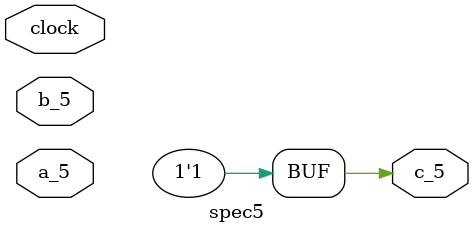
<source format=v>
/* Generated by Yosys 0.47+149 (git sha1 384c19119, clang++ 18.1.8 -fPIC -O3) */

module spec5(clock, a_5, b_5, c_5);
input clock;
wire clock;
  input a_5;
  wire a_5;
  input b_5;
  wire b_5;
  output c_5;
  wire c_5;
  assign c_5 = ~1'h0;
endmodule

</source>
